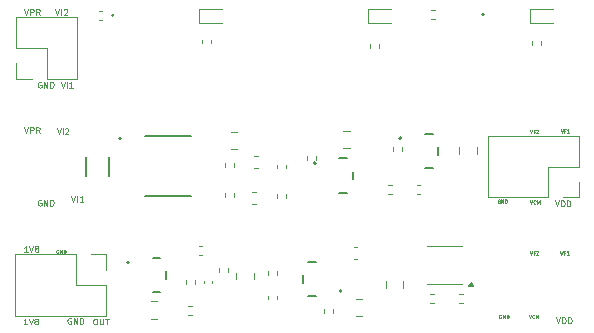
<source format=gbr>
%TF.GenerationSoftware,KiCad,Pcbnew,8.0.6*%
%TF.CreationDate,2024-11-12T19:13:31+01:00*%
%TF.ProjectId,EMG_amplifier,454d475f-616d-4706-9c69-666965722e6b,rev?*%
%TF.SameCoordinates,Original*%
%TF.FileFunction,Legend,Top*%
%TF.FilePolarity,Positive*%
%FSLAX46Y46*%
G04 Gerber Fmt 4.6, Leading zero omitted, Abs format (unit mm)*
G04 Created by KiCad (PCBNEW 8.0.6) date 2024-11-12 19:13:31*
%MOMM*%
%LPD*%
G01*
G04 APERTURE LIST*
%ADD10C,0.100000*%
%ADD11C,0.075000*%
%ADD12C,0.120000*%
%ADD13C,0.200000*%
%ADD14C,0.127000*%
%ADD15C,0.152400*%
G04 APERTURE END LIST*
D10*
X16963408Y-18833609D02*
X17130074Y-19333609D01*
X17130074Y-19333609D02*
X17296741Y-18833609D01*
X17463407Y-19333609D02*
X17463407Y-18833609D01*
X17963407Y-19333609D02*
X17677693Y-19333609D01*
X17820550Y-19333609D02*
X17820550Y-18833609D01*
X17820550Y-18833609D02*
X17772931Y-18905038D01*
X17772931Y-18905038D02*
X17725312Y-18952657D01*
X17725312Y-18952657D02*
X17677693Y-18976466D01*
D11*
X16747113Y-33074471D02*
X16718542Y-33060185D01*
X16718542Y-33060185D02*
X16675684Y-33060185D01*
X16675684Y-33060185D02*
X16632827Y-33074471D01*
X16632827Y-33074471D02*
X16604256Y-33103042D01*
X16604256Y-33103042D02*
X16589970Y-33131614D01*
X16589970Y-33131614D02*
X16575684Y-33188757D01*
X16575684Y-33188757D02*
X16575684Y-33231614D01*
X16575684Y-33231614D02*
X16589970Y-33288757D01*
X16589970Y-33288757D02*
X16604256Y-33317328D01*
X16604256Y-33317328D02*
X16632827Y-33345900D01*
X16632827Y-33345900D02*
X16675684Y-33360185D01*
X16675684Y-33360185D02*
X16704256Y-33360185D01*
X16704256Y-33360185D02*
X16747113Y-33345900D01*
X16747113Y-33345900D02*
X16761399Y-33331614D01*
X16761399Y-33331614D02*
X16761399Y-33231614D01*
X16761399Y-33231614D02*
X16704256Y-33231614D01*
X16889970Y-33360185D02*
X16889970Y-33060185D01*
X16889970Y-33060185D02*
X17061399Y-33360185D01*
X17061399Y-33360185D02*
X17061399Y-33060185D01*
X17204256Y-33360185D02*
X17204256Y-33060185D01*
X17204256Y-33060185D02*
X17275685Y-33060185D01*
X17275685Y-33060185D02*
X17318542Y-33074471D01*
X17318542Y-33074471D02*
X17347113Y-33103042D01*
X17347113Y-33103042D02*
X17361399Y-33131614D01*
X17361399Y-33131614D02*
X17375685Y-33188757D01*
X17375685Y-33188757D02*
X17375685Y-33231614D01*
X17375685Y-33231614D02*
X17361399Y-33288757D01*
X17361399Y-33288757D02*
X17347113Y-33317328D01*
X17347113Y-33317328D02*
X17318542Y-33345900D01*
X17318542Y-33345900D02*
X17275685Y-33360185D01*
X17275685Y-33360185D02*
X17204256Y-33360185D01*
D10*
X16513408Y-12683609D02*
X16680074Y-13183609D01*
X16680074Y-13183609D02*
X16846741Y-12683609D01*
X17013407Y-13183609D02*
X17013407Y-12683609D01*
X17227693Y-12731228D02*
X17251502Y-12707419D01*
X17251502Y-12707419D02*
X17299121Y-12683609D01*
X17299121Y-12683609D02*
X17418169Y-12683609D01*
X17418169Y-12683609D02*
X17465788Y-12707419D01*
X17465788Y-12707419D02*
X17489597Y-12731228D01*
X17489597Y-12731228D02*
X17513407Y-12778847D01*
X17513407Y-12778847D02*
X17513407Y-12826466D01*
X17513407Y-12826466D02*
X17489597Y-12897895D01*
X17489597Y-12897895D02*
X17203883Y-13183609D01*
X17203883Y-13183609D02*
X17513407Y-13183609D01*
X58932608Y-38784409D02*
X59099274Y-39284409D01*
X59099274Y-39284409D02*
X59265941Y-38784409D01*
X59432607Y-39284409D02*
X59432607Y-38784409D01*
X59432607Y-38784409D02*
X59551655Y-38784409D01*
X59551655Y-38784409D02*
X59623083Y-38808219D01*
X59623083Y-38808219D02*
X59670702Y-38855838D01*
X59670702Y-38855838D02*
X59694512Y-38903457D01*
X59694512Y-38903457D02*
X59718321Y-38998695D01*
X59718321Y-38998695D02*
X59718321Y-39070123D01*
X59718321Y-39070123D02*
X59694512Y-39165361D01*
X59694512Y-39165361D02*
X59670702Y-39212980D01*
X59670702Y-39212980D02*
X59623083Y-39260600D01*
X59623083Y-39260600D02*
X59551655Y-39284409D01*
X59551655Y-39284409D02*
X59432607Y-39284409D01*
X59932607Y-39284409D02*
X59932607Y-38784409D01*
X59932607Y-38784409D02*
X60051655Y-38784409D01*
X60051655Y-38784409D02*
X60123083Y-38808219D01*
X60123083Y-38808219D02*
X60170702Y-38855838D01*
X60170702Y-38855838D02*
X60194512Y-38903457D01*
X60194512Y-38903457D02*
X60218321Y-38998695D01*
X60218321Y-38998695D02*
X60218321Y-39070123D01*
X60218321Y-39070123D02*
X60194512Y-39165361D01*
X60194512Y-39165361D02*
X60170702Y-39212980D01*
X60170702Y-39212980D02*
X60123083Y-39260600D01*
X60123083Y-39260600D02*
X60051655Y-39284409D01*
X60051655Y-39284409D02*
X59932607Y-39284409D01*
X58832608Y-28884409D02*
X58999274Y-29384409D01*
X58999274Y-29384409D02*
X59165941Y-28884409D01*
X59332607Y-29384409D02*
X59332607Y-28884409D01*
X59332607Y-28884409D02*
X59451655Y-28884409D01*
X59451655Y-28884409D02*
X59523083Y-28908219D01*
X59523083Y-28908219D02*
X59570702Y-28955838D01*
X59570702Y-28955838D02*
X59594512Y-29003457D01*
X59594512Y-29003457D02*
X59618321Y-29098695D01*
X59618321Y-29098695D02*
X59618321Y-29170123D01*
X59618321Y-29170123D02*
X59594512Y-29265361D01*
X59594512Y-29265361D02*
X59570702Y-29312980D01*
X59570702Y-29312980D02*
X59523083Y-29360600D01*
X59523083Y-29360600D02*
X59451655Y-29384409D01*
X59451655Y-29384409D02*
X59332607Y-29384409D01*
X59832607Y-29384409D02*
X59832607Y-28884409D01*
X59832607Y-28884409D02*
X59951655Y-28884409D01*
X59951655Y-28884409D02*
X60023083Y-28908219D01*
X60023083Y-28908219D02*
X60070702Y-28955838D01*
X60070702Y-28955838D02*
X60094512Y-29003457D01*
X60094512Y-29003457D02*
X60118321Y-29098695D01*
X60118321Y-29098695D02*
X60118321Y-29170123D01*
X60118321Y-29170123D02*
X60094512Y-29265361D01*
X60094512Y-29265361D02*
X60070702Y-29312980D01*
X60070702Y-29312980D02*
X60023083Y-29360600D01*
X60023083Y-29360600D02*
X59951655Y-29384409D01*
X59951655Y-29384409D02*
X59832607Y-29384409D01*
X17863408Y-28483609D02*
X18030074Y-28983609D01*
X18030074Y-28983609D02*
X18196741Y-28483609D01*
X18363407Y-28983609D02*
X18363407Y-28483609D01*
X18863407Y-28983609D02*
X18577693Y-28983609D01*
X18720550Y-28983609D02*
X18720550Y-28483609D01*
X18720550Y-28483609D02*
X18672931Y-28555038D01*
X18672931Y-28555038D02*
X18625312Y-28602657D01*
X18625312Y-28602657D02*
X18577693Y-28626466D01*
X14115941Y-39384409D02*
X13830227Y-39384409D01*
X13973084Y-39384409D02*
X13973084Y-38884409D01*
X13973084Y-38884409D02*
X13925465Y-38955838D01*
X13925465Y-38955838D02*
X13877846Y-39003457D01*
X13877846Y-39003457D02*
X13830227Y-39027266D01*
X14258798Y-38884409D02*
X14425464Y-39384409D01*
X14425464Y-39384409D02*
X14592131Y-38884409D01*
X14830226Y-39098695D02*
X14782607Y-39074885D01*
X14782607Y-39074885D02*
X14758797Y-39051076D01*
X14758797Y-39051076D02*
X14734988Y-39003457D01*
X14734988Y-39003457D02*
X14734988Y-38979647D01*
X14734988Y-38979647D02*
X14758797Y-38932028D01*
X14758797Y-38932028D02*
X14782607Y-38908219D01*
X14782607Y-38908219D02*
X14830226Y-38884409D01*
X14830226Y-38884409D02*
X14925464Y-38884409D01*
X14925464Y-38884409D02*
X14973083Y-38908219D01*
X14973083Y-38908219D02*
X14996892Y-38932028D01*
X14996892Y-38932028D02*
X15020702Y-38979647D01*
X15020702Y-38979647D02*
X15020702Y-39003457D01*
X15020702Y-39003457D02*
X14996892Y-39051076D01*
X14996892Y-39051076D02*
X14973083Y-39074885D01*
X14973083Y-39074885D02*
X14925464Y-39098695D01*
X14925464Y-39098695D02*
X14830226Y-39098695D01*
X14830226Y-39098695D02*
X14782607Y-39122504D01*
X14782607Y-39122504D02*
X14758797Y-39146314D01*
X14758797Y-39146314D02*
X14734988Y-39193933D01*
X14734988Y-39193933D02*
X14734988Y-39289171D01*
X14734988Y-39289171D02*
X14758797Y-39336790D01*
X14758797Y-39336790D02*
X14782607Y-39360600D01*
X14782607Y-39360600D02*
X14830226Y-39384409D01*
X14830226Y-39384409D02*
X14925464Y-39384409D01*
X14925464Y-39384409D02*
X14973083Y-39360600D01*
X14973083Y-39360600D02*
X14996892Y-39336790D01*
X14996892Y-39336790D02*
X15020702Y-39289171D01*
X15020702Y-39289171D02*
X15020702Y-39193933D01*
X15020702Y-39193933D02*
X14996892Y-39146314D01*
X14996892Y-39146314D02*
X14973083Y-39122504D01*
X14973083Y-39122504D02*
X14925464Y-39098695D01*
X15315941Y-18858219D02*
X15268322Y-18834409D01*
X15268322Y-18834409D02*
X15196893Y-18834409D01*
X15196893Y-18834409D02*
X15125465Y-18858219D01*
X15125465Y-18858219D02*
X15077846Y-18905838D01*
X15077846Y-18905838D02*
X15054036Y-18953457D01*
X15054036Y-18953457D02*
X15030227Y-19048695D01*
X15030227Y-19048695D02*
X15030227Y-19120123D01*
X15030227Y-19120123D02*
X15054036Y-19215361D01*
X15054036Y-19215361D02*
X15077846Y-19262980D01*
X15077846Y-19262980D02*
X15125465Y-19310600D01*
X15125465Y-19310600D02*
X15196893Y-19334409D01*
X15196893Y-19334409D02*
X15244512Y-19334409D01*
X15244512Y-19334409D02*
X15315941Y-19310600D01*
X15315941Y-19310600D02*
X15339750Y-19286790D01*
X15339750Y-19286790D02*
X15339750Y-19120123D01*
X15339750Y-19120123D02*
X15244512Y-19120123D01*
X15554036Y-19334409D02*
X15554036Y-18834409D01*
X15554036Y-18834409D02*
X15839750Y-19334409D01*
X15839750Y-19334409D02*
X15839750Y-18834409D01*
X16077846Y-19334409D02*
X16077846Y-18834409D01*
X16077846Y-18834409D02*
X16196894Y-18834409D01*
X16196894Y-18834409D02*
X16268322Y-18858219D01*
X16268322Y-18858219D02*
X16315941Y-18905838D01*
X16315941Y-18905838D02*
X16339751Y-18953457D01*
X16339751Y-18953457D02*
X16363560Y-19048695D01*
X16363560Y-19048695D02*
X16363560Y-19120123D01*
X16363560Y-19120123D02*
X16339751Y-19215361D01*
X16339751Y-19215361D02*
X16315941Y-19262980D01*
X16315941Y-19262980D02*
X16268322Y-19310600D01*
X16268322Y-19310600D02*
X16196894Y-19334409D01*
X16196894Y-19334409D02*
X16077846Y-19334409D01*
D11*
X56697113Y-22910185D02*
X56797113Y-23210185D01*
X56797113Y-23210185D02*
X56897113Y-22910185D01*
X57097113Y-23053042D02*
X56997113Y-23053042D01*
X56997113Y-23210185D02*
X56997113Y-22910185D01*
X56997113Y-22910185D02*
X57139970Y-22910185D01*
X57239970Y-22938757D02*
X57254256Y-22924471D01*
X57254256Y-22924471D02*
X57282828Y-22910185D01*
X57282828Y-22910185D02*
X57354256Y-22910185D01*
X57354256Y-22910185D02*
X57382828Y-22924471D01*
X57382828Y-22924471D02*
X57397113Y-22938757D01*
X57397113Y-22938757D02*
X57411399Y-22967328D01*
X57411399Y-22967328D02*
X57411399Y-22995900D01*
X57411399Y-22995900D02*
X57397113Y-23038757D01*
X57397113Y-23038757D02*
X57225685Y-23210185D01*
X57225685Y-23210185D02*
X57411399Y-23210185D01*
D10*
X17815941Y-38858219D02*
X17768322Y-38834409D01*
X17768322Y-38834409D02*
X17696893Y-38834409D01*
X17696893Y-38834409D02*
X17625465Y-38858219D01*
X17625465Y-38858219D02*
X17577846Y-38905838D01*
X17577846Y-38905838D02*
X17554036Y-38953457D01*
X17554036Y-38953457D02*
X17530227Y-39048695D01*
X17530227Y-39048695D02*
X17530227Y-39120123D01*
X17530227Y-39120123D02*
X17554036Y-39215361D01*
X17554036Y-39215361D02*
X17577846Y-39262980D01*
X17577846Y-39262980D02*
X17625465Y-39310600D01*
X17625465Y-39310600D02*
X17696893Y-39334409D01*
X17696893Y-39334409D02*
X17744512Y-39334409D01*
X17744512Y-39334409D02*
X17815941Y-39310600D01*
X17815941Y-39310600D02*
X17839750Y-39286790D01*
X17839750Y-39286790D02*
X17839750Y-39120123D01*
X17839750Y-39120123D02*
X17744512Y-39120123D01*
X18054036Y-39334409D02*
X18054036Y-38834409D01*
X18054036Y-38834409D02*
X18339750Y-39334409D01*
X18339750Y-39334409D02*
X18339750Y-38834409D01*
X18577846Y-39334409D02*
X18577846Y-38834409D01*
X18577846Y-38834409D02*
X18696894Y-38834409D01*
X18696894Y-38834409D02*
X18768322Y-38858219D01*
X18768322Y-38858219D02*
X18815941Y-38905838D01*
X18815941Y-38905838D02*
X18839751Y-38953457D01*
X18839751Y-38953457D02*
X18863560Y-39048695D01*
X18863560Y-39048695D02*
X18863560Y-39120123D01*
X18863560Y-39120123D02*
X18839751Y-39215361D01*
X18839751Y-39215361D02*
X18815941Y-39262980D01*
X18815941Y-39262980D02*
X18768322Y-39310600D01*
X18768322Y-39310600D02*
X18696894Y-39334409D01*
X18696894Y-39334409D02*
X18577846Y-39334409D01*
X15315941Y-28858219D02*
X15268322Y-28834409D01*
X15268322Y-28834409D02*
X15196893Y-28834409D01*
X15196893Y-28834409D02*
X15125465Y-28858219D01*
X15125465Y-28858219D02*
X15077846Y-28905838D01*
X15077846Y-28905838D02*
X15054036Y-28953457D01*
X15054036Y-28953457D02*
X15030227Y-29048695D01*
X15030227Y-29048695D02*
X15030227Y-29120123D01*
X15030227Y-29120123D02*
X15054036Y-29215361D01*
X15054036Y-29215361D02*
X15077846Y-29262980D01*
X15077846Y-29262980D02*
X15125465Y-29310600D01*
X15125465Y-29310600D02*
X15196893Y-29334409D01*
X15196893Y-29334409D02*
X15244512Y-29334409D01*
X15244512Y-29334409D02*
X15315941Y-29310600D01*
X15315941Y-29310600D02*
X15339750Y-29286790D01*
X15339750Y-29286790D02*
X15339750Y-29120123D01*
X15339750Y-29120123D02*
X15244512Y-29120123D01*
X15554036Y-29334409D02*
X15554036Y-28834409D01*
X15554036Y-28834409D02*
X15839750Y-29334409D01*
X15839750Y-29334409D02*
X15839750Y-28834409D01*
X16077846Y-29334409D02*
X16077846Y-28834409D01*
X16077846Y-28834409D02*
X16196894Y-28834409D01*
X16196894Y-28834409D02*
X16268322Y-28858219D01*
X16268322Y-28858219D02*
X16315941Y-28905838D01*
X16315941Y-28905838D02*
X16339751Y-28953457D01*
X16339751Y-28953457D02*
X16363560Y-29048695D01*
X16363560Y-29048695D02*
X16363560Y-29120123D01*
X16363560Y-29120123D02*
X16339751Y-29215361D01*
X16339751Y-29215361D02*
X16315941Y-29262980D01*
X16315941Y-29262980D02*
X16268322Y-29310600D01*
X16268322Y-29310600D02*
X16196894Y-29334409D01*
X16196894Y-29334409D02*
X16077846Y-29334409D01*
D11*
X59297113Y-22860185D02*
X59397113Y-23160185D01*
X59397113Y-23160185D02*
X59497113Y-22860185D01*
X59697113Y-23003042D02*
X59597113Y-23003042D01*
X59597113Y-23160185D02*
X59597113Y-22860185D01*
X59597113Y-22860185D02*
X59739970Y-22860185D01*
X60011399Y-23160185D02*
X59839970Y-23160185D01*
X59925685Y-23160185D02*
X59925685Y-22860185D01*
X59925685Y-22860185D02*
X59897113Y-22903042D01*
X59897113Y-22903042D02*
X59868542Y-22931614D01*
X59868542Y-22931614D02*
X59839970Y-22945900D01*
D10*
X13882608Y-12684409D02*
X14049274Y-13184409D01*
X14049274Y-13184409D02*
X14215941Y-12684409D01*
X14382607Y-13184409D02*
X14382607Y-12684409D01*
X14382607Y-12684409D02*
X14573083Y-12684409D01*
X14573083Y-12684409D02*
X14620702Y-12708219D01*
X14620702Y-12708219D02*
X14644512Y-12732028D01*
X14644512Y-12732028D02*
X14668321Y-12779647D01*
X14668321Y-12779647D02*
X14668321Y-12851076D01*
X14668321Y-12851076D02*
X14644512Y-12898695D01*
X14644512Y-12898695D02*
X14620702Y-12922504D01*
X14620702Y-12922504D02*
X14573083Y-12946314D01*
X14573083Y-12946314D02*
X14382607Y-12946314D01*
X15168321Y-13184409D02*
X15001655Y-12946314D01*
X14882607Y-13184409D02*
X14882607Y-12684409D01*
X14882607Y-12684409D02*
X15073083Y-12684409D01*
X15073083Y-12684409D02*
X15120702Y-12708219D01*
X15120702Y-12708219D02*
X15144512Y-12732028D01*
X15144512Y-12732028D02*
X15168321Y-12779647D01*
X15168321Y-12779647D02*
X15168321Y-12851076D01*
X15168321Y-12851076D02*
X15144512Y-12898695D01*
X15144512Y-12898695D02*
X15120702Y-12922504D01*
X15120702Y-12922504D02*
X15073083Y-12946314D01*
X15073083Y-12946314D02*
X14882607Y-12946314D01*
X13882608Y-22684409D02*
X14049274Y-23184409D01*
X14049274Y-23184409D02*
X14215941Y-22684409D01*
X14382607Y-23184409D02*
X14382607Y-22684409D01*
X14382607Y-22684409D02*
X14573083Y-22684409D01*
X14573083Y-22684409D02*
X14620702Y-22708219D01*
X14620702Y-22708219D02*
X14644512Y-22732028D01*
X14644512Y-22732028D02*
X14668321Y-22779647D01*
X14668321Y-22779647D02*
X14668321Y-22851076D01*
X14668321Y-22851076D02*
X14644512Y-22898695D01*
X14644512Y-22898695D02*
X14620702Y-22922504D01*
X14620702Y-22922504D02*
X14573083Y-22946314D01*
X14573083Y-22946314D02*
X14382607Y-22946314D01*
X15168321Y-23184409D02*
X15001655Y-22946314D01*
X14882607Y-23184409D02*
X14882607Y-22684409D01*
X14882607Y-22684409D02*
X15073083Y-22684409D01*
X15073083Y-22684409D02*
X15120702Y-22708219D01*
X15120702Y-22708219D02*
X15144512Y-22732028D01*
X15144512Y-22732028D02*
X15168321Y-22779647D01*
X15168321Y-22779647D02*
X15168321Y-22851076D01*
X15168321Y-22851076D02*
X15144512Y-22898695D01*
X15144512Y-22898695D02*
X15120702Y-22922504D01*
X15120702Y-22922504D02*
X15073083Y-22946314D01*
X15073083Y-22946314D02*
X14882607Y-22946314D01*
D11*
X54247113Y-38574471D02*
X54218542Y-38560185D01*
X54218542Y-38560185D02*
X54175684Y-38560185D01*
X54175684Y-38560185D02*
X54132827Y-38574471D01*
X54132827Y-38574471D02*
X54104256Y-38603042D01*
X54104256Y-38603042D02*
X54089970Y-38631614D01*
X54089970Y-38631614D02*
X54075684Y-38688757D01*
X54075684Y-38688757D02*
X54075684Y-38731614D01*
X54075684Y-38731614D02*
X54089970Y-38788757D01*
X54089970Y-38788757D02*
X54104256Y-38817328D01*
X54104256Y-38817328D02*
X54132827Y-38845900D01*
X54132827Y-38845900D02*
X54175684Y-38860185D01*
X54175684Y-38860185D02*
X54204256Y-38860185D01*
X54204256Y-38860185D02*
X54247113Y-38845900D01*
X54247113Y-38845900D02*
X54261399Y-38831614D01*
X54261399Y-38831614D02*
X54261399Y-38731614D01*
X54261399Y-38731614D02*
X54204256Y-38731614D01*
X54389970Y-38860185D02*
X54389970Y-38560185D01*
X54389970Y-38560185D02*
X54561399Y-38860185D01*
X54561399Y-38860185D02*
X54561399Y-38560185D01*
X54704256Y-38860185D02*
X54704256Y-38560185D01*
X54704256Y-38560185D02*
X54775685Y-38560185D01*
X54775685Y-38560185D02*
X54818542Y-38574471D01*
X54818542Y-38574471D02*
X54847113Y-38603042D01*
X54847113Y-38603042D02*
X54861399Y-38631614D01*
X54861399Y-38631614D02*
X54875685Y-38688757D01*
X54875685Y-38688757D02*
X54875685Y-38731614D01*
X54875685Y-38731614D02*
X54861399Y-38788757D01*
X54861399Y-38788757D02*
X54847113Y-38817328D01*
X54847113Y-38817328D02*
X54818542Y-38845900D01*
X54818542Y-38845900D02*
X54775685Y-38860185D01*
X54775685Y-38860185D02*
X54704256Y-38860185D01*
D10*
X19849274Y-38884409D02*
X19944512Y-38884409D01*
X19944512Y-38884409D02*
X19992131Y-38908219D01*
X19992131Y-38908219D02*
X20039750Y-38955838D01*
X20039750Y-38955838D02*
X20063560Y-39051076D01*
X20063560Y-39051076D02*
X20063560Y-39217742D01*
X20063560Y-39217742D02*
X20039750Y-39312980D01*
X20039750Y-39312980D02*
X19992131Y-39360600D01*
X19992131Y-39360600D02*
X19944512Y-39384409D01*
X19944512Y-39384409D02*
X19849274Y-39384409D01*
X19849274Y-39384409D02*
X19801655Y-39360600D01*
X19801655Y-39360600D02*
X19754036Y-39312980D01*
X19754036Y-39312980D02*
X19730227Y-39217742D01*
X19730227Y-39217742D02*
X19730227Y-39051076D01*
X19730227Y-39051076D02*
X19754036Y-38955838D01*
X19754036Y-38955838D02*
X19801655Y-38908219D01*
X19801655Y-38908219D02*
X19849274Y-38884409D01*
X20277846Y-38884409D02*
X20277846Y-39289171D01*
X20277846Y-39289171D02*
X20301656Y-39336790D01*
X20301656Y-39336790D02*
X20325465Y-39360600D01*
X20325465Y-39360600D02*
X20373084Y-39384409D01*
X20373084Y-39384409D02*
X20468322Y-39384409D01*
X20468322Y-39384409D02*
X20515941Y-39360600D01*
X20515941Y-39360600D02*
X20539751Y-39336790D01*
X20539751Y-39336790D02*
X20563560Y-39289171D01*
X20563560Y-39289171D02*
X20563560Y-38884409D01*
X20730228Y-38884409D02*
X21015942Y-38884409D01*
X20873085Y-39384409D02*
X20873085Y-38884409D01*
X14165941Y-33234409D02*
X13880227Y-33234409D01*
X14023084Y-33234409D02*
X14023084Y-32734409D01*
X14023084Y-32734409D02*
X13975465Y-32805838D01*
X13975465Y-32805838D02*
X13927846Y-32853457D01*
X13927846Y-32853457D02*
X13880227Y-32877266D01*
X14308798Y-32734409D02*
X14475464Y-33234409D01*
X14475464Y-33234409D02*
X14642131Y-32734409D01*
X14880226Y-32948695D02*
X14832607Y-32924885D01*
X14832607Y-32924885D02*
X14808797Y-32901076D01*
X14808797Y-32901076D02*
X14784988Y-32853457D01*
X14784988Y-32853457D02*
X14784988Y-32829647D01*
X14784988Y-32829647D02*
X14808797Y-32782028D01*
X14808797Y-32782028D02*
X14832607Y-32758219D01*
X14832607Y-32758219D02*
X14880226Y-32734409D01*
X14880226Y-32734409D02*
X14975464Y-32734409D01*
X14975464Y-32734409D02*
X15023083Y-32758219D01*
X15023083Y-32758219D02*
X15046892Y-32782028D01*
X15046892Y-32782028D02*
X15070702Y-32829647D01*
X15070702Y-32829647D02*
X15070702Y-32853457D01*
X15070702Y-32853457D02*
X15046892Y-32901076D01*
X15046892Y-32901076D02*
X15023083Y-32924885D01*
X15023083Y-32924885D02*
X14975464Y-32948695D01*
X14975464Y-32948695D02*
X14880226Y-32948695D01*
X14880226Y-32948695D02*
X14832607Y-32972504D01*
X14832607Y-32972504D02*
X14808797Y-32996314D01*
X14808797Y-32996314D02*
X14784988Y-33043933D01*
X14784988Y-33043933D02*
X14784988Y-33139171D01*
X14784988Y-33139171D02*
X14808797Y-33186790D01*
X14808797Y-33186790D02*
X14832607Y-33210600D01*
X14832607Y-33210600D02*
X14880226Y-33234409D01*
X14880226Y-33234409D02*
X14975464Y-33234409D01*
X14975464Y-33234409D02*
X15023083Y-33210600D01*
X15023083Y-33210600D02*
X15046892Y-33186790D01*
X15046892Y-33186790D02*
X15070702Y-33139171D01*
X15070702Y-33139171D02*
X15070702Y-33043933D01*
X15070702Y-33043933D02*
X15046892Y-32996314D01*
X15046892Y-32996314D02*
X15023083Y-32972504D01*
X15023083Y-32972504D02*
X14975464Y-32948695D01*
X16613408Y-22783609D02*
X16780074Y-23283609D01*
X16780074Y-23283609D02*
X16946741Y-22783609D01*
X17113407Y-23283609D02*
X17113407Y-22783609D01*
X17327693Y-22831228D02*
X17351502Y-22807419D01*
X17351502Y-22807419D02*
X17399121Y-22783609D01*
X17399121Y-22783609D02*
X17518169Y-22783609D01*
X17518169Y-22783609D02*
X17565788Y-22807419D01*
X17565788Y-22807419D02*
X17589597Y-22831228D01*
X17589597Y-22831228D02*
X17613407Y-22878847D01*
X17613407Y-22878847D02*
X17613407Y-22926466D01*
X17613407Y-22926466D02*
X17589597Y-22997895D01*
X17589597Y-22997895D02*
X17303883Y-23283609D01*
X17303883Y-23283609D02*
X17613407Y-23283609D01*
D11*
X54117913Y-28803671D02*
X54089342Y-28789385D01*
X54089342Y-28789385D02*
X54046484Y-28789385D01*
X54046484Y-28789385D02*
X54003627Y-28803671D01*
X54003627Y-28803671D02*
X53975056Y-28832242D01*
X53975056Y-28832242D02*
X53960770Y-28860814D01*
X53960770Y-28860814D02*
X53946484Y-28917957D01*
X53946484Y-28917957D02*
X53946484Y-28960814D01*
X53946484Y-28960814D02*
X53960770Y-29017957D01*
X53960770Y-29017957D02*
X53975056Y-29046528D01*
X53975056Y-29046528D02*
X54003627Y-29075100D01*
X54003627Y-29075100D02*
X54046484Y-29089385D01*
X54046484Y-29089385D02*
X54075056Y-29089385D01*
X54075056Y-29089385D02*
X54117913Y-29075100D01*
X54117913Y-29075100D02*
X54132199Y-29060814D01*
X54132199Y-29060814D02*
X54132199Y-28960814D01*
X54132199Y-28960814D02*
X54075056Y-28960814D01*
X54260770Y-29089385D02*
X54260770Y-28789385D01*
X54260770Y-28789385D02*
X54432199Y-29089385D01*
X54432199Y-29089385D02*
X54432199Y-28789385D01*
X54575056Y-29089385D02*
X54575056Y-28789385D01*
X54575056Y-28789385D02*
X54646485Y-28789385D01*
X54646485Y-28789385D02*
X54689342Y-28803671D01*
X54689342Y-28803671D02*
X54717913Y-28832242D01*
X54717913Y-28832242D02*
X54732199Y-28860814D01*
X54732199Y-28860814D02*
X54746485Y-28917957D01*
X54746485Y-28917957D02*
X54746485Y-28960814D01*
X54746485Y-28960814D02*
X54732199Y-29017957D01*
X54732199Y-29017957D02*
X54717913Y-29046528D01*
X54717913Y-29046528D02*
X54689342Y-29075100D01*
X54689342Y-29075100D02*
X54646485Y-29089385D01*
X54646485Y-29089385D02*
X54575056Y-29089385D01*
X56697113Y-33160185D02*
X56797113Y-33460185D01*
X56797113Y-33460185D02*
X56897113Y-33160185D01*
X57097113Y-33303042D02*
X56997113Y-33303042D01*
X56997113Y-33460185D02*
X56997113Y-33160185D01*
X56997113Y-33160185D02*
X57139970Y-33160185D01*
X57239970Y-33188757D02*
X57254256Y-33174471D01*
X57254256Y-33174471D02*
X57282828Y-33160185D01*
X57282828Y-33160185D02*
X57354256Y-33160185D01*
X57354256Y-33160185D02*
X57382828Y-33174471D01*
X57382828Y-33174471D02*
X57397113Y-33188757D01*
X57397113Y-33188757D02*
X57411399Y-33217328D01*
X57411399Y-33217328D02*
X57411399Y-33245900D01*
X57411399Y-33245900D02*
X57397113Y-33288757D01*
X57397113Y-33288757D02*
X57225685Y-33460185D01*
X57225685Y-33460185D02*
X57411399Y-33460185D01*
X59247113Y-33160185D02*
X59347113Y-33460185D01*
X59347113Y-33460185D02*
X59447113Y-33160185D01*
X59647113Y-33303042D02*
X59547113Y-33303042D01*
X59547113Y-33460185D02*
X59547113Y-33160185D01*
X59547113Y-33160185D02*
X59689970Y-33160185D01*
X59961399Y-33460185D02*
X59789970Y-33460185D01*
X59875685Y-33460185D02*
X59875685Y-33160185D01*
X59875685Y-33160185D02*
X59847113Y-33203042D01*
X59847113Y-33203042D02*
X59818542Y-33231614D01*
X59818542Y-33231614D02*
X59789970Y-33245900D01*
X56597113Y-38560185D02*
X56697113Y-38860185D01*
X56697113Y-38860185D02*
X56797113Y-38560185D01*
X57068542Y-38831614D02*
X57054256Y-38845900D01*
X57054256Y-38845900D02*
X57011399Y-38860185D01*
X57011399Y-38860185D02*
X56982827Y-38860185D01*
X56982827Y-38860185D02*
X56939970Y-38845900D01*
X56939970Y-38845900D02*
X56911399Y-38817328D01*
X56911399Y-38817328D02*
X56897113Y-38788757D01*
X56897113Y-38788757D02*
X56882827Y-38731614D01*
X56882827Y-38731614D02*
X56882827Y-38688757D01*
X56882827Y-38688757D02*
X56897113Y-38631614D01*
X56897113Y-38631614D02*
X56911399Y-38603042D01*
X56911399Y-38603042D02*
X56939970Y-38574471D01*
X56939970Y-38574471D02*
X56982827Y-38560185D01*
X56982827Y-38560185D02*
X57011399Y-38560185D01*
X57011399Y-38560185D02*
X57054256Y-38574471D01*
X57054256Y-38574471D02*
X57068542Y-38588757D01*
X57197113Y-38860185D02*
X57197113Y-38560185D01*
X57197113Y-38560185D02*
X57297113Y-38774471D01*
X57297113Y-38774471D02*
X57397113Y-38560185D01*
X57397113Y-38560185D02*
X57397113Y-38860185D01*
X56697113Y-28860185D02*
X56797113Y-29160185D01*
X56797113Y-29160185D02*
X56897113Y-28860185D01*
X57168542Y-29131614D02*
X57154256Y-29145900D01*
X57154256Y-29145900D02*
X57111399Y-29160185D01*
X57111399Y-29160185D02*
X57082827Y-29160185D01*
X57082827Y-29160185D02*
X57039970Y-29145900D01*
X57039970Y-29145900D02*
X57011399Y-29117328D01*
X57011399Y-29117328D02*
X56997113Y-29088757D01*
X56997113Y-29088757D02*
X56982827Y-29031614D01*
X56982827Y-29031614D02*
X56982827Y-28988757D01*
X56982827Y-28988757D02*
X56997113Y-28931614D01*
X56997113Y-28931614D02*
X57011399Y-28903042D01*
X57011399Y-28903042D02*
X57039970Y-28874471D01*
X57039970Y-28874471D02*
X57082827Y-28860185D01*
X57082827Y-28860185D02*
X57111399Y-28860185D01*
X57111399Y-28860185D02*
X57154256Y-28874471D01*
X57154256Y-28874471D02*
X57168542Y-28888757D01*
X57297113Y-29160185D02*
X57297113Y-28860185D01*
X57297113Y-28860185D02*
X57397113Y-29074471D01*
X57397113Y-29074471D02*
X57497113Y-28860185D01*
X57497113Y-28860185D02*
X57497113Y-29160185D01*
D12*
%TO.C,J4*%
X60858000Y-28624600D02*
X59528000Y-28624600D01*
X60858000Y-27294600D02*
X60858000Y-28624600D01*
X60858000Y-26024600D02*
X58258000Y-26024600D01*
X60858000Y-23424600D02*
X60858000Y-26024600D01*
X60858000Y-23424600D02*
X53118000Y-23424600D01*
X58258000Y-28624600D02*
X53118000Y-28624600D01*
X58258000Y-26024600D02*
X58258000Y-28624600D01*
X53118000Y-23424600D02*
X53118000Y-28624600D01*
%TO.C,R11*%
X28366200Y-35930041D02*
X28366200Y-35622759D01*
X27606200Y-35930041D02*
X27606200Y-35622759D01*
%TO.C,J7*%
X20817400Y-38634800D02*
X13077400Y-38634800D01*
X20817400Y-36034800D02*
X20817400Y-38634800D01*
X20817400Y-33434800D02*
X20817400Y-34764800D01*
X19487400Y-33434800D02*
X20817400Y-33434800D01*
X18217400Y-36034800D02*
X20817400Y-36034800D01*
X18217400Y-33434800D02*
X18217400Y-36034800D01*
X18217400Y-33434800D02*
X13077400Y-33434800D01*
X13077400Y-33434800D02*
X13077400Y-38634800D01*
%TO.C,R13*%
X48543641Y-36820000D02*
X48236359Y-36820000D01*
X48543641Y-37580000D02*
X48236359Y-37580000D01*
%TO.C,C2*%
X33349420Y-26110000D02*
X33630580Y-26110000D01*
X33349420Y-25090000D02*
X33630580Y-25090000D01*
D13*
%TO.C,U3*%
X40747800Y-36553200D02*
G75*
G02*
X40547800Y-36553200I-100000J0D01*
G01*
X40547800Y-36553200D02*
G75*
G02*
X40747800Y-36553200I100000J0D01*
G01*
D14*
X38567800Y-36953200D02*
X37907800Y-36953200D01*
X37907800Y-34053200D02*
X38567800Y-34053200D01*
X37437800Y-35838200D02*
X37437800Y-35168200D01*
D12*
%TO.C,R20*%
X35305400Y-36939559D02*
X35305400Y-37246841D01*
X34545400Y-36939559D02*
X34545400Y-37246841D01*
D15*
%TO.C,U7*%
X21082901Y-26791001D02*
X21082901Y-25241601D01*
X19127101Y-25241601D02*
X19127101Y-26791001D01*
D12*
%TO.C,C9*%
X41411252Y-23015000D02*
X40888748Y-23015000D01*
X41411252Y-24485000D02*
X40888748Y-24485000D01*
%TO.C,R22*%
X31109400Y-34606759D02*
X31109400Y-34914041D01*
X30349400Y-34606759D02*
X30349400Y-34914041D01*
%TO.C,R4*%
X20482841Y-12813800D02*
X20175559Y-12813800D01*
X20482841Y-13573800D02*
X20175559Y-13573800D01*
%TO.C,R9*%
X36050000Y-26163641D02*
X36050000Y-25856359D01*
X35290000Y-26163641D02*
X35290000Y-25856359D01*
%TO.C,R3*%
X48632841Y-12770800D02*
X48325559Y-12770800D01*
X48632841Y-13530800D02*
X48325559Y-13530800D01*
%TO.C,R16*%
X38580000Y-25136359D02*
X38580000Y-25443641D01*
X37820000Y-25136359D02*
X37820000Y-25443641D01*
%TO.C,C8*%
X52165400Y-24398148D02*
X52165400Y-24920652D01*
X50695400Y-24398148D02*
X50695400Y-24920652D01*
D15*
%TO.C,L1*%
X52789200Y-13150800D02*
G75*
G02*
X52636800Y-13150800I-76200J0D01*
G01*
X52636800Y-13150800D02*
G75*
G02*
X52789200Y-13150800I76200J0D01*
G01*
D12*
%TO.C,D1*%
X56659200Y-12650800D02*
X56659200Y-13850800D01*
X58619200Y-12650800D02*
X56659200Y-12650800D01*
X58619200Y-13850800D02*
X56659200Y-13850800D01*
%TO.C,C5*%
X42035580Y-33830000D02*
X41754420Y-33830000D01*
X42035580Y-32810000D02*
X41754420Y-32810000D01*
%TO.C,R19*%
X39999400Y-38391841D02*
X39999400Y-38084559D01*
X39239400Y-38391841D02*
X39239400Y-38084559D01*
%TO.C,D3*%
X42959200Y-12650800D02*
X42959200Y-13850800D01*
X44919200Y-12650800D02*
X42959200Y-12650800D01*
X44919200Y-13850800D02*
X42959200Y-13850800D01*
%TO.C,U2*%
X49447500Y-32715000D02*
X47947500Y-32715000D01*
X49447500Y-32715000D02*
X50947500Y-32715000D01*
X49447500Y-35935000D02*
X47947500Y-35935000D01*
X49447500Y-35935000D02*
X50947500Y-35935000D01*
X51900000Y-36140000D02*
X51420000Y-36140000D01*
X51660000Y-35810000D01*
X51900000Y-36140000D01*
G36*
X51900000Y-36140000D02*
G01*
X51420000Y-36140000D01*
X51660000Y-35810000D01*
X51900000Y-36140000D01*
G37*
D13*
%TO.C,U5*%
X45818200Y-23623800D02*
G75*
G02*
X45618200Y-23623800I-100000J0D01*
G01*
X45618200Y-23623800D02*
G75*
G02*
X45818200Y-23623800I100000J0D01*
G01*
D14*
X48928200Y-24338800D02*
X48928200Y-25008800D01*
X48458200Y-26123800D02*
X47798200Y-26123800D01*
X47798200Y-23223800D02*
X48458200Y-23223800D01*
%TO.C,U6*%
X40544400Y-25322600D02*
X41204400Y-25322600D01*
X41204400Y-28222600D02*
X40544400Y-28222600D01*
X41674400Y-26437600D02*
X41674400Y-27107600D01*
D13*
X38564400Y-25722600D02*
G75*
G02*
X38364400Y-25722600I-100000J0D01*
G01*
X38364400Y-25722600D02*
G75*
G02*
X38564400Y-25722600I100000J0D01*
G01*
D12*
%TO.C,R15*%
X45830000Y-24356359D02*
X45830000Y-24663641D01*
X45070000Y-24356359D02*
X45070000Y-24663641D01*
%TO.C,C4*%
X25108052Y-38897000D02*
X24585548Y-38897000D01*
X25108052Y-37427000D02*
X24585548Y-37427000D01*
%TO.C,R8*%
X36060000Y-28663641D02*
X36060000Y-28356359D01*
X35300000Y-28663641D02*
X35300000Y-28356359D01*
%TO.C,R23*%
X44694159Y-28305800D02*
X45001441Y-28305800D01*
X44694159Y-27545800D02*
X45001441Y-27545800D01*
%TO.C,C10*%
X45975000Y-35738748D02*
X45975000Y-36261252D01*
X44505000Y-35738748D02*
X44505000Y-36261252D01*
%TO.C,C11*%
X33293200Y-35568252D02*
X33293200Y-35045748D01*
X31823200Y-35568252D02*
X31823200Y-35045748D01*
%TO.C,R6*%
X30860000Y-28573641D02*
X30860000Y-28266359D01*
X31620000Y-28573641D02*
X31620000Y-28266359D01*
%TO.C,R24*%
X47109159Y-28305800D02*
X47416441Y-28305800D01*
X47109159Y-27545800D02*
X47416441Y-27545800D01*
%TO.C,R2*%
X28889200Y-15594441D02*
X28889200Y-15287159D01*
X29649200Y-15594441D02*
X29649200Y-15287159D01*
%TO.C,C7*%
X31911252Y-24545000D02*
X31388748Y-24545000D01*
X31911252Y-23075000D02*
X31388748Y-23075000D01*
D13*
%TO.C,U8*%
X22069000Y-23649000D02*
G75*
G02*
X21869000Y-23649000I-100000J0D01*
G01*
X21869000Y-23649000D02*
G75*
G02*
X22069000Y-23649000I100000J0D01*
G01*
D14*
X24059000Y-28479000D02*
X27959000Y-28479000D01*
X24059000Y-23429000D02*
X27959000Y-23429000D01*
D12*
%TO.C,R5*%
X43176400Y-15961641D02*
X43176400Y-15654359D01*
X43936400Y-15961641D02*
X43936400Y-15654359D01*
%TO.C,D2*%
X28693200Y-12670000D02*
X28693200Y-13870000D01*
X30653200Y-12670000D02*
X28693200Y-12670000D01*
X30653200Y-13870000D02*
X28693200Y-13870000D01*
D15*
%TO.C,L2*%
X21451600Y-13193800D02*
G75*
G02*
X21299200Y-13193800I-76200J0D01*
G01*
X21299200Y-13193800D02*
G75*
G02*
X21451600Y-13193800I76200J0D01*
G01*
D13*
%TO.C,U1*%
X22765600Y-34130000D02*
G75*
G02*
X22565600Y-34130000I-100000J0D01*
G01*
X22565600Y-34130000D02*
G75*
G02*
X22765600Y-34130000I100000J0D01*
G01*
D14*
X25875600Y-34845000D02*
X25875600Y-35515000D01*
X25405600Y-36630000D02*
X24745600Y-36630000D01*
X24745600Y-33730000D02*
X25405600Y-33730000D01*
D12*
%TO.C,C3*%
X29794000Y-35669164D02*
X29794000Y-35884836D01*
X29074000Y-35669164D02*
X29074000Y-35884836D01*
%TO.C,C6*%
X41933748Y-38668400D02*
X42456252Y-38668400D01*
X41933748Y-37198400D02*
X42456252Y-37198400D01*
%TO.C,R12*%
X50706359Y-37600000D02*
X51013641Y-37600000D01*
X50706359Y-36840000D02*
X51013641Y-36840000D01*
%TO.C,R21*%
X28647359Y-33512800D02*
X28954641Y-33512800D01*
X28647359Y-32752800D02*
X28954641Y-32752800D01*
%TO.C,J1*%
X13168800Y-15985000D02*
X13168800Y-13385000D01*
X13168800Y-18585000D02*
X13168800Y-17255000D01*
X14498800Y-18585000D02*
X13168800Y-18585000D01*
X15768800Y-15985000D02*
X13168800Y-15985000D01*
X15768800Y-18585000D02*
X15768800Y-15985000D01*
X18368800Y-13385000D02*
X13168800Y-13385000D01*
X18368800Y-18585000D02*
X15768800Y-18585000D01*
X18368800Y-18585000D02*
X18368800Y-13385000D01*
%TO.C,R10*%
X28061641Y-38542000D02*
X27754359Y-38542000D01*
X28061641Y-37782000D02*
X27754359Y-37782000D01*
%TO.C,R7*%
X31640000Y-26033641D02*
X31640000Y-25726359D01*
X30880000Y-26033641D02*
X30880000Y-25726359D01*
%TO.C,R14*%
X35305400Y-34884159D02*
X35305400Y-35191441D01*
X34545400Y-34884159D02*
X34545400Y-35191441D01*
%TO.C,R1*%
X56889200Y-15714441D02*
X56889200Y-15407159D01*
X57649200Y-15714441D02*
X57649200Y-15407159D01*
%TO.C,C1*%
X33184420Y-29210000D02*
X33465580Y-29210000D01*
X33184420Y-28190000D02*
X33465580Y-28190000D01*
%TD*%
M02*

</source>
